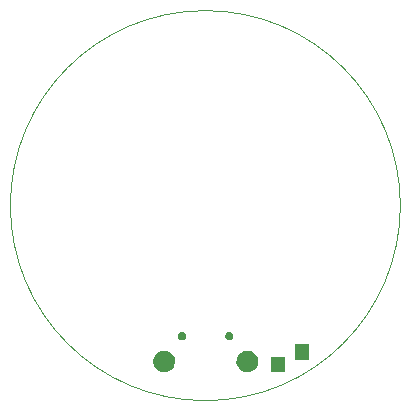
<source format=gbs>
G04 (created by PCBNEW (2013-07-07 BZR 4022)-stable) date 3/22/2015 8:37:17 PM*
%MOIN*%
G04 Gerber Fmt 3.4, Leading zero omitted, Abs format*
%FSLAX34Y34*%
G01*
G70*
G90*
G04 APERTURE LIST*
%ADD10C,0.00590551*%
%ADD11C,0.00393701*%
G04 APERTURE END LIST*
G54D10*
G54D11*
X84500Y-52000D02*
G75*
G03X84500Y-52000I-6500J0D01*
G74*
G01*
G54D10*
G36*
X76986Y-57160D02*
X76984Y-57240D01*
X76968Y-57310D01*
X76940Y-57374D01*
X76898Y-57433D01*
X76848Y-57481D01*
X76787Y-57520D01*
X76722Y-57545D01*
X76651Y-57557D01*
X76581Y-57556D01*
X76511Y-57540D01*
X76447Y-57512D01*
X76388Y-57471D01*
X76339Y-57421D01*
X76300Y-57360D01*
X76275Y-57296D01*
X76261Y-57224D01*
X76262Y-57155D01*
X76277Y-57084D01*
X76305Y-57020D01*
X76346Y-56961D01*
X76395Y-56912D01*
X76456Y-56872D01*
X76520Y-56846D01*
X76592Y-56833D01*
X76661Y-56833D01*
X76732Y-56848D01*
X76796Y-56875D01*
X76856Y-56915D01*
X76905Y-56964D01*
X76945Y-57024D01*
X76945Y-57025D01*
X76971Y-57089D01*
X76985Y-57159D01*
X76986Y-57160D01*
X76986Y-57160D01*
G37*
G36*
X77360Y-56336D02*
X77359Y-56365D01*
X77353Y-56392D01*
X77343Y-56415D01*
X77327Y-56438D01*
X77308Y-56455D01*
X77285Y-56470D01*
X77261Y-56479D01*
X77234Y-56484D01*
X77209Y-56484D01*
X77181Y-56477D01*
X77158Y-56467D01*
X77135Y-56451D01*
X77118Y-56433D01*
X77103Y-56410D01*
X77094Y-56387D01*
X77088Y-56359D01*
X77089Y-56334D01*
X77095Y-56306D01*
X77104Y-56284D01*
X77120Y-56260D01*
X77138Y-56243D01*
X77162Y-56227D01*
X77185Y-56218D01*
X77213Y-56213D01*
X77237Y-56213D01*
X77265Y-56219D01*
X77288Y-56228D01*
X77312Y-56244D01*
X77329Y-56262D01*
X77344Y-56285D01*
X77345Y-56285D01*
X77354Y-56308D01*
X77359Y-56335D01*
X77360Y-56336D01*
X77360Y-56336D01*
G37*
G36*
X78934Y-56336D02*
X78934Y-56365D01*
X78927Y-56392D01*
X78917Y-56415D01*
X78901Y-56438D01*
X78883Y-56455D01*
X78859Y-56470D01*
X78836Y-56479D01*
X78808Y-56484D01*
X78783Y-56484D01*
X78756Y-56477D01*
X78733Y-56467D01*
X78710Y-56451D01*
X78692Y-56433D01*
X78677Y-56410D01*
X78668Y-56387D01*
X78663Y-56359D01*
X78663Y-56334D01*
X78669Y-56306D01*
X78679Y-56284D01*
X78695Y-56260D01*
X78713Y-56243D01*
X78736Y-56227D01*
X78759Y-56218D01*
X78787Y-56213D01*
X78812Y-56213D01*
X78840Y-56219D01*
X78862Y-56228D01*
X78886Y-56244D01*
X78903Y-56262D01*
X78919Y-56285D01*
X78919Y-56285D01*
X78928Y-56308D01*
X78934Y-56335D01*
X78934Y-56336D01*
X78934Y-56336D01*
G37*
G36*
X79761Y-57160D02*
X79760Y-57240D01*
X79744Y-57310D01*
X79716Y-57374D01*
X79674Y-57433D01*
X79624Y-57481D01*
X79563Y-57520D01*
X79498Y-57545D01*
X79426Y-57557D01*
X79357Y-57556D01*
X79286Y-57540D01*
X79223Y-57512D01*
X79163Y-57471D01*
X79115Y-57421D01*
X79076Y-57360D01*
X79050Y-57296D01*
X79037Y-57224D01*
X79038Y-57155D01*
X79053Y-57084D01*
X79080Y-57020D01*
X79121Y-56961D01*
X79171Y-56912D01*
X79232Y-56872D01*
X79296Y-56846D01*
X79367Y-56833D01*
X79436Y-56833D01*
X79508Y-56848D01*
X79571Y-56875D01*
X79632Y-56915D01*
X79680Y-56964D01*
X79720Y-57024D01*
X79721Y-57025D01*
X79747Y-57089D01*
X79761Y-57159D01*
X79761Y-57160D01*
X79761Y-57160D01*
G37*
G36*
X80661Y-57556D02*
X80188Y-57556D01*
X80188Y-57043D01*
X80661Y-57043D01*
X80661Y-57556D01*
X80661Y-57556D01*
G37*
G36*
X81461Y-57131D02*
X80988Y-57131D01*
X80988Y-56618D01*
X81461Y-56618D01*
X81461Y-57131D01*
X81461Y-57131D01*
G37*
M02*

</source>
